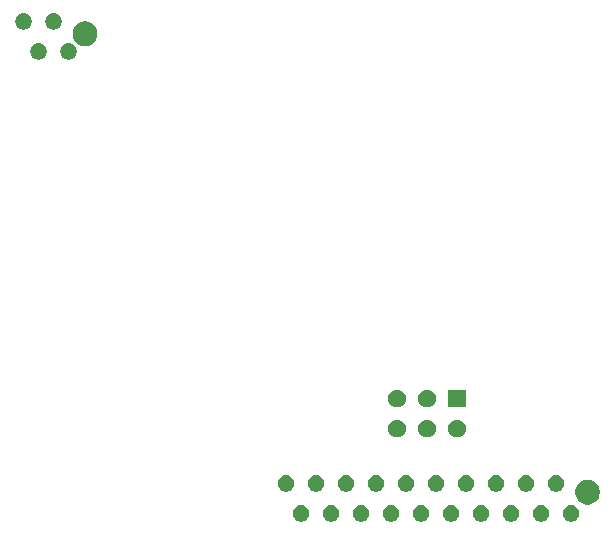
<source format=gbs>
G04 #@! TF.GenerationSoftware,KiCad,Pcbnew,5.0.2-bee76a0~70~ubuntu18.04.1*
G04 #@! TF.CreationDate,2019-04-11T22:59:15-04:00*
G04 #@! TF.ProjectId,throttle,7468726f-7474-46c6-952e-6b696361645f,rev?*
G04 #@! TF.SameCoordinates,Original*
G04 #@! TF.FileFunction,Soldermask,Bot*
G04 #@! TF.FilePolarity,Negative*
%FSLAX46Y46*%
G04 Gerber Fmt 4.6, Leading zero omitted, Abs format (unit mm)*
G04 Created by KiCad (PCBNEW 5.0.2-bee76a0~70~ubuntu18.04.1) date Thu 11 Apr 2019 10:59:15 PM EDT*
%MOMM*%
%LPD*%
G01*
G04 APERTURE LIST*
%ADD10C,0.100000*%
G04 APERTURE END LIST*
D10*
G36*
X93803472Y-80224938D02*
X93931049Y-80277782D01*
X94045865Y-80354500D01*
X94143500Y-80452135D01*
X94220218Y-80566951D01*
X94273062Y-80694528D01*
X94300000Y-80829956D01*
X94300000Y-80968044D01*
X94273062Y-81103472D01*
X94220218Y-81231049D01*
X94143500Y-81345865D01*
X94045865Y-81443500D01*
X93931049Y-81520218D01*
X93803472Y-81573062D01*
X93668044Y-81600000D01*
X93529956Y-81600000D01*
X93394528Y-81573062D01*
X93266951Y-81520218D01*
X93152135Y-81443500D01*
X93054500Y-81345865D01*
X92977782Y-81231049D01*
X92924938Y-81103472D01*
X92898000Y-80968044D01*
X92898000Y-80829956D01*
X92924938Y-80694528D01*
X92977782Y-80566951D01*
X93054500Y-80452135D01*
X93152135Y-80354500D01*
X93266951Y-80277782D01*
X93394528Y-80224938D01*
X93529956Y-80198000D01*
X93668044Y-80198000D01*
X93803472Y-80224938D01*
X93803472Y-80224938D01*
G37*
G36*
X98883472Y-80224938D02*
X99011049Y-80277782D01*
X99125865Y-80354500D01*
X99223500Y-80452135D01*
X99300218Y-80566951D01*
X99353062Y-80694528D01*
X99380000Y-80829956D01*
X99380000Y-80968044D01*
X99353062Y-81103472D01*
X99300218Y-81231049D01*
X99223500Y-81345865D01*
X99125865Y-81443500D01*
X99011049Y-81520218D01*
X98883472Y-81573062D01*
X98748044Y-81600000D01*
X98609956Y-81600000D01*
X98474528Y-81573062D01*
X98346951Y-81520218D01*
X98232135Y-81443500D01*
X98134500Y-81345865D01*
X98057782Y-81231049D01*
X98004938Y-81103472D01*
X97978000Y-80968044D01*
X97978000Y-80829956D01*
X98004938Y-80694528D01*
X98057782Y-80566951D01*
X98134500Y-80452135D01*
X98232135Y-80354500D01*
X98346951Y-80277782D01*
X98474528Y-80224938D01*
X98609956Y-80198000D01*
X98748044Y-80198000D01*
X98883472Y-80224938D01*
X98883472Y-80224938D01*
G37*
G36*
X91263472Y-80224938D02*
X91391049Y-80277782D01*
X91505865Y-80354500D01*
X91603500Y-80452135D01*
X91680218Y-80566951D01*
X91733062Y-80694528D01*
X91760000Y-80829956D01*
X91760000Y-80968044D01*
X91733062Y-81103472D01*
X91680218Y-81231049D01*
X91603500Y-81345865D01*
X91505865Y-81443500D01*
X91391049Y-81520218D01*
X91263472Y-81573062D01*
X91128044Y-81600000D01*
X90989956Y-81600000D01*
X90854528Y-81573062D01*
X90726951Y-81520218D01*
X90612135Y-81443500D01*
X90514500Y-81345865D01*
X90437782Y-81231049D01*
X90384938Y-81103472D01*
X90358000Y-80968044D01*
X90358000Y-80829956D01*
X90384938Y-80694528D01*
X90437782Y-80566951D01*
X90514500Y-80452135D01*
X90612135Y-80354500D01*
X90726951Y-80277782D01*
X90854528Y-80224938D01*
X90989956Y-80198000D01*
X91128044Y-80198000D01*
X91263472Y-80224938D01*
X91263472Y-80224938D01*
G37*
G36*
X88723472Y-80224938D02*
X88851049Y-80277782D01*
X88965865Y-80354500D01*
X89063500Y-80452135D01*
X89140218Y-80566951D01*
X89193062Y-80694528D01*
X89220000Y-80829956D01*
X89220000Y-80968044D01*
X89193062Y-81103472D01*
X89140218Y-81231049D01*
X89063500Y-81345865D01*
X88965865Y-81443500D01*
X88851049Y-81520218D01*
X88723472Y-81573062D01*
X88588044Y-81600000D01*
X88449956Y-81600000D01*
X88314528Y-81573062D01*
X88186951Y-81520218D01*
X88072135Y-81443500D01*
X87974500Y-81345865D01*
X87897782Y-81231049D01*
X87844938Y-81103472D01*
X87818000Y-80968044D01*
X87818000Y-80829956D01*
X87844938Y-80694528D01*
X87897782Y-80566951D01*
X87974500Y-80452135D01*
X88072135Y-80354500D01*
X88186951Y-80277782D01*
X88314528Y-80224938D01*
X88449956Y-80198000D01*
X88588044Y-80198000D01*
X88723472Y-80224938D01*
X88723472Y-80224938D01*
G37*
G36*
X86183472Y-80224938D02*
X86311049Y-80277782D01*
X86425865Y-80354500D01*
X86523500Y-80452135D01*
X86600218Y-80566951D01*
X86653062Y-80694528D01*
X86680000Y-80829956D01*
X86680000Y-80968044D01*
X86653062Y-81103472D01*
X86600218Y-81231049D01*
X86523500Y-81345865D01*
X86425865Y-81443500D01*
X86311049Y-81520218D01*
X86183472Y-81573062D01*
X86048044Y-81600000D01*
X85909956Y-81600000D01*
X85774528Y-81573062D01*
X85646951Y-81520218D01*
X85532135Y-81443500D01*
X85434500Y-81345865D01*
X85357782Y-81231049D01*
X85304938Y-81103472D01*
X85278000Y-80968044D01*
X85278000Y-80829956D01*
X85304938Y-80694528D01*
X85357782Y-80566951D01*
X85434500Y-80452135D01*
X85532135Y-80354500D01*
X85646951Y-80277782D01*
X85774528Y-80224938D01*
X85909956Y-80198000D01*
X86048044Y-80198000D01*
X86183472Y-80224938D01*
X86183472Y-80224938D01*
G37*
G36*
X83643472Y-80224938D02*
X83771049Y-80277782D01*
X83885865Y-80354500D01*
X83983500Y-80452135D01*
X84060218Y-80566951D01*
X84113062Y-80694528D01*
X84140000Y-80829956D01*
X84140000Y-80968044D01*
X84113062Y-81103472D01*
X84060218Y-81231049D01*
X83983500Y-81345865D01*
X83885865Y-81443500D01*
X83771049Y-81520218D01*
X83643472Y-81573062D01*
X83508044Y-81600000D01*
X83369956Y-81600000D01*
X83234528Y-81573062D01*
X83106951Y-81520218D01*
X82992135Y-81443500D01*
X82894500Y-81345865D01*
X82817782Y-81231049D01*
X82764938Y-81103472D01*
X82738000Y-80968044D01*
X82738000Y-80829956D01*
X82764938Y-80694528D01*
X82817782Y-80566951D01*
X82894500Y-80452135D01*
X82992135Y-80354500D01*
X83106951Y-80277782D01*
X83234528Y-80224938D01*
X83369956Y-80198000D01*
X83508044Y-80198000D01*
X83643472Y-80224938D01*
X83643472Y-80224938D01*
G37*
G36*
X81103472Y-80224938D02*
X81231049Y-80277782D01*
X81345865Y-80354500D01*
X81443500Y-80452135D01*
X81520218Y-80566951D01*
X81573062Y-80694528D01*
X81600000Y-80829956D01*
X81600000Y-80968044D01*
X81573062Y-81103472D01*
X81520218Y-81231049D01*
X81443500Y-81345865D01*
X81345865Y-81443500D01*
X81231049Y-81520218D01*
X81103472Y-81573062D01*
X80968044Y-81600000D01*
X80829956Y-81600000D01*
X80694528Y-81573062D01*
X80566951Y-81520218D01*
X80452135Y-81443500D01*
X80354500Y-81345865D01*
X80277782Y-81231049D01*
X80224938Y-81103472D01*
X80198000Y-80968044D01*
X80198000Y-80829956D01*
X80224938Y-80694528D01*
X80277782Y-80566951D01*
X80354500Y-80452135D01*
X80452135Y-80354500D01*
X80566951Y-80277782D01*
X80694528Y-80224938D01*
X80829956Y-80198000D01*
X80968044Y-80198000D01*
X81103472Y-80224938D01*
X81103472Y-80224938D01*
G37*
G36*
X78563472Y-80224938D02*
X78691049Y-80277782D01*
X78805865Y-80354500D01*
X78903500Y-80452135D01*
X78980218Y-80566951D01*
X79033062Y-80694528D01*
X79060000Y-80829956D01*
X79060000Y-80968044D01*
X79033062Y-81103472D01*
X78980218Y-81231049D01*
X78903500Y-81345865D01*
X78805865Y-81443500D01*
X78691049Y-81520218D01*
X78563472Y-81573062D01*
X78428044Y-81600000D01*
X78289956Y-81600000D01*
X78154528Y-81573062D01*
X78026951Y-81520218D01*
X77912135Y-81443500D01*
X77814500Y-81345865D01*
X77737782Y-81231049D01*
X77684938Y-81103472D01*
X77658000Y-80968044D01*
X77658000Y-80829956D01*
X77684938Y-80694528D01*
X77737782Y-80566951D01*
X77814500Y-80452135D01*
X77912135Y-80354500D01*
X78026951Y-80277782D01*
X78154528Y-80224938D01*
X78289956Y-80198000D01*
X78428044Y-80198000D01*
X78563472Y-80224938D01*
X78563472Y-80224938D01*
G37*
G36*
X76023472Y-80224938D02*
X76151049Y-80277782D01*
X76265865Y-80354500D01*
X76363500Y-80452135D01*
X76440218Y-80566951D01*
X76493062Y-80694528D01*
X76520000Y-80829956D01*
X76520000Y-80968044D01*
X76493062Y-81103472D01*
X76440218Y-81231049D01*
X76363500Y-81345865D01*
X76265865Y-81443500D01*
X76151049Y-81520218D01*
X76023472Y-81573062D01*
X75888044Y-81600000D01*
X75749956Y-81600000D01*
X75614528Y-81573062D01*
X75486951Y-81520218D01*
X75372135Y-81443500D01*
X75274500Y-81345865D01*
X75197782Y-81231049D01*
X75144938Y-81103472D01*
X75118000Y-80968044D01*
X75118000Y-80829956D01*
X75144938Y-80694528D01*
X75197782Y-80566951D01*
X75274500Y-80452135D01*
X75372135Y-80354500D01*
X75486951Y-80277782D01*
X75614528Y-80224938D01*
X75749956Y-80198000D01*
X75888044Y-80198000D01*
X76023472Y-80224938D01*
X76023472Y-80224938D01*
G37*
G36*
X96343472Y-80224938D02*
X96471049Y-80277782D01*
X96585865Y-80354500D01*
X96683500Y-80452135D01*
X96760218Y-80566951D01*
X96813062Y-80694528D01*
X96840000Y-80829956D01*
X96840000Y-80968044D01*
X96813062Y-81103472D01*
X96760218Y-81231049D01*
X96683500Y-81345865D01*
X96585865Y-81443500D01*
X96471049Y-81520218D01*
X96343472Y-81573062D01*
X96208044Y-81600000D01*
X96069956Y-81600000D01*
X95934528Y-81573062D01*
X95806951Y-81520218D01*
X95692135Y-81443500D01*
X95594500Y-81345865D01*
X95517782Y-81231049D01*
X95464938Y-81103472D01*
X95438000Y-80968044D01*
X95438000Y-80829956D01*
X95464938Y-80694528D01*
X95517782Y-80566951D01*
X95594500Y-80452135D01*
X95692135Y-80354500D01*
X95806951Y-80277782D01*
X95934528Y-80224938D01*
X96069956Y-80198000D01*
X96208044Y-80198000D01*
X96343472Y-80224938D01*
X96343472Y-80224938D01*
G37*
G36*
X100385565Y-78088389D02*
X100576834Y-78167615D01*
X100748976Y-78282637D01*
X100895363Y-78429024D01*
X101010385Y-78601166D01*
X101089611Y-78792435D01*
X101130000Y-78995484D01*
X101130000Y-79202516D01*
X101089611Y-79405565D01*
X101010385Y-79596834D01*
X100895363Y-79768976D01*
X100748976Y-79915363D01*
X100576834Y-80030385D01*
X100385565Y-80109611D01*
X100182516Y-80150000D01*
X99975484Y-80150000D01*
X99772435Y-80109611D01*
X99581166Y-80030385D01*
X99409024Y-79915363D01*
X99262637Y-79768976D01*
X99147615Y-79596834D01*
X99068389Y-79405565D01*
X99028000Y-79202516D01*
X99028000Y-78995484D01*
X99068389Y-78792435D01*
X99147615Y-78601166D01*
X99262637Y-78429024D01*
X99409024Y-78282637D01*
X99581166Y-78167615D01*
X99772435Y-78088389D01*
X99975484Y-78048000D01*
X100182516Y-78048000D01*
X100385565Y-78088389D01*
X100385565Y-78088389D01*
G37*
G36*
X84913472Y-77684938D02*
X85041049Y-77737782D01*
X85155865Y-77814500D01*
X85253500Y-77912135D01*
X85330218Y-78026951D01*
X85383062Y-78154528D01*
X85410000Y-78289956D01*
X85410000Y-78428044D01*
X85383062Y-78563472D01*
X85330218Y-78691049D01*
X85253500Y-78805865D01*
X85155865Y-78903500D01*
X85041049Y-78980218D01*
X84913472Y-79033062D01*
X84778044Y-79060000D01*
X84639956Y-79060000D01*
X84504528Y-79033062D01*
X84376951Y-78980218D01*
X84262135Y-78903500D01*
X84164500Y-78805865D01*
X84087782Y-78691049D01*
X84034938Y-78563472D01*
X84008000Y-78428044D01*
X84008000Y-78289956D01*
X84034938Y-78154528D01*
X84087782Y-78026951D01*
X84164500Y-77912135D01*
X84262135Y-77814500D01*
X84376951Y-77737782D01*
X84504528Y-77684938D01*
X84639956Y-77658000D01*
X84778044Y-77658000D01*
X84913472Y-77684938D01*
X84913472Y-77684938D01*
G37*
G36*
X74753472Y-77684938D02*
X74881049Y-77737782D01*
X74995865Y-77814500D01*
X75093500Y-77912135D01*
X75170218Y-78026951D01*
X75223062Y-78154528D01*
X75250000Y-78289956D01*
X75250000Y-78428044D01*
X75223062Y-78563472D01*
X75170218Y-78691049D01*
X75093500Y-78805865D01*
X74995865Y-78903500D01*
X74881049Y-78980218D01*
X74753472Y-79033062D01*
X74618044Y-79060000D01*
X74479956Y-79060000D01*
X74344528Y-79033062D01*
X74216951Y-78980218D01*
X74102135Y-78903500D01*
X74004500Y-78805865D01*
X73927782Y-78691049D01*
X73874938Y-78563472D01*
X73848000Y-78428044D01*
X73848000Y-78289956D01*
X73874938Y-78154528D01*
X73927782Y-78026951D01*
X74004500Y-77912135D01*
X74102135Y-77814500D01*
X74216951Y-77737782D01*
X74344528Y-77684938D01*
X74479956Y-77658000D01*
X74618044Y-77658000D01*
X74753472Y-77684938D01*
X74753472Y-77684938D01*
G37*
G36*
X77293472Y-77684938D02*
X77421049Y-77737782D01*
X77535865Y-77814500D01*
X77633500Y-77912135D01*
X77710218Y-78026951D01*
X77763062Y-78154528D01*
X77790000Y-78289956D01*
X77790000Y-78428044D01*
X77763062Y-78563472D01*
X77710218Y-78691049D01*
X77633500Y-78805865D01*
X77535865Y-78903500D01*
X77421049Y-78980218D01*
X77293472Y-79033062D01*
X77158044Y-79060000D01*
X77019956Y-79060000D01*
X76884528Y-79033062D01*
X76756951Y-78980218D01*
X76642135Y-78903500D01*
X76544500Y-78805865D01*
X76467782Y-78691049D01*
X76414938Y-78563472D01*
X76388000Y-78428044D01*
X76388000Y-78289956D01*
X76414938Y-78154528D01*
X76467782Y-78026951D01*
X76544500Y-77912135D01*
X76642135Y-77814500D01*
X76756951Y-77737782D01*
X76884528Y-77684938D01*
X77019956Y-77658000D01*
X77158044Y-77658000D01*
X77293472Y-77684938D01*
X77293472Y-77684938D01*
G37*
G36*
X79833472Y-77684938D02*
X79961049Y-77737782D01*
X80075865Y-77814500D01*
X80173500Y-77912135D01*
X80250218Y-78026951D01*
X80303062Y-78154528D01*
X80330000Y-78289956D01*
X80330000Y-78428044D01*
X80303062Y-78563472D01*
X80250218Y-78691049D01*
X80173500Y-78805865D01*
X80075865Y-78903500D01*
X79961049Y-78980218D01*
X79833472Y-79033062D01*
X79698044Y-79060000D01*
X79559956Y-79060000D01*
X79424528Y-79033062D01*
X79296951Y-78980218D01*
X79182135Y-78903500D01*
X79084500Y-78805865D01*
X79007782Y-78691049D01*
X78954938Y-78563472D01*
X78928000Y-78428044D01*
X78928000Y-78289956D01*
X78954938Y-78154528D01*
X79007782Y-78026951D01*
X79084500Y-77912135D01*
X79182135Y-77814500D01*
X79296951Y-77737782D01*
X79424528Y-77684938D01*
X79559956Y-77658000D01*
X79698044Y-77658000D01*
X79833472Y-77684938D01*
X79833472Y-77684938D01*
G37*
G36*
X82373472Y-77684938D02*
X82501049Y-77737782D01*
X82615865Y-77814500D01*
X82713500Y-77912135D01*
X82790218Y-78026951D01*
X82843062Y-78154528D01*
X82870000Y-78289956D01*
X82870000Y-78428044D01*
X82843062Y-78563472D01*
X82790218Y-78691049D01*
X82713500Y-78805865D01*
X82615865Y-78903500D01*
X82501049Y-78980218D01*
X82373472Y-79033062D01*
X82238044Y-79060000D01*
X82099956Y-79060000D01*
X81964528Y-79033062D01*
X81836951Y-78980218D01*
X81722135Y-78903500D01*
X81624500Y-78805865D01*
X81547782Y-78691049D01*
X81494938Y-78563472D01*
X81468000Y-78428044D01*
X81468000Y-78289956D01*
X81494938Y-78154528D01*
X81547782Y-78026951D01*
X81624500Y-77912135D01*
X81722135Y-77814500D01*
X81836951Y-77737782D01*
X81964528Y-77684938D01*
X82099956Y-77658000D01*
X82238044Y-77658000D01*
X82373472Y-77684938D01*
X82373472Y-77684938D01*
G37*
G36*
X87453472Y-77684938D02*
X87581049Y-77737782D01*
X87695865Y-77814500D01*
X87793500Y-77912135D01*
X87870218Y-78026951D01*
X87923062Y-78154528D01*
X87950000Y-78289956D01*
X87950000Y-78428044D01*
X87923062Y-78563472D01*
X87870218Y-78691049D01*
X87793500Y-78805865D01*
X87695865Y-78903500D01*
X87581049Y-78980218D01*
X87453472Y-79033062D01*
X87318044Y-79060000D01*
X87179956Y-79060000D01*
X87044528Y-79033062D01*
X86916951Y-78980218D01*
X86802135Y-78903500D01*
X86704500Y-78805865D01*
X86627782Y-78691049D01*
X86574938Y-78563472D01*
X86548000Y-78428044D01*
X86548000Y-78289956D01*
X86574938Y-78154528D01*
X86627782Y-78026951D01*
X86704500Y-77912135D01*
X86802135Y-77814500D01*
X86916951Y-77737782D01*
X87044528Y-77684938D01*
X87179956Y-77658000D01*
X87318044Y-77658000D01*
X87453472Y-77684938D01*
X87453472Y-77684938D01*
G37*
G36*
X97613472Y-77684938D02*
X97741049Y-77737782D01*
X97855865Y-77814500D01*
X97953500Y-77912135D01*
X98030218Y-78026951D01*
X98083062Y-78154528D01*
X98110000Y-78289956D01*
X98110000Y-78428044D01*
X98083062Y-78563472D01*
X98030218Y-78691049D01*
X97953500Y-78805865D01*
X97855865Y-78903500D01*
X97741049Y-78980218D01*
X97613472Y-79033062D01*
X97478044Y-79060000D01*
X97339956Y-79060000D01*
X97204528Y-79033062D01*
X97076951Y-78980218D01*
X96962135Y-78903500D01*
X96864500Y-78805865D01*
X96787782Y-78691049D01*
X96734938Y-78563472D01*
X96708000Y-78428044D01*
X96708000Y-78289956D01*
X96734938Y-78154528D01*
X96787782Y-78026951D01*
X96864500Y-77912135D01*
X96962135Y-77814500D01*
X97076951Y-77737782D01*
X97204528Y-77684938D01*
X97339956Y-77658000D01*
X97478044Y-77658000D01*
X97613472Y-77684938D01*
X97613472Y-77684938D01*
G37*
G36*
X89993472Y-77684938D02*
X90121049Y-77737782D01*
X90235865Y-77814500D01*
X90333500Y-77912135D01*
X90410218Y-78026951D01*
X90463062Y-78154528D01*
X90490000Y-78289956D01*
X90490000Y-78428044D01*
X90463062Y-78563472D01*
X90410218Y-78691049D01*
X90333500Y-78805865D01*
X90235865Y-78903500D01*
X90121049Y-78980218D01*
X89993472Y-79033062D01*
X89858044Y-79060000D01*
X89719956Y-79060000D01*
X89584528Y-79033062D01*
X89456951Y-78980218D01*
X89342135Y-78903500D01*
X89244500Y-78805865D01*
X89167782Y-78691049D01*
X89114938Y-78563472D01*
X89088000Y-78428044D01*
X89088000Y-78289956D01*
X89114938Y-78154528D01*
X89167782Y-78026951D01*
X89244500Y-77912135D01*
X89342135Y-77814500D01*
X89456951Y-77737782D01*
X89584528Y-77684938D01*
X89719956Y-77658000D01*
X89858044Y-77658000D01*
X89993472Y-77684938D01*
X89993472Y-77684938D01*
G37*
G36*
X92533472Y-77684938D02*
X92661049Y-77737782D01*
X92775865Y-77814500D01*
X92873500Y-77912135D01*
X92950218Y-78026951D01*
X93003062Y-78154528D01*
X93030000Y-78289956D01*
X93030000Y-78428044D01*
X93003062Y-78563472D01*
X92950218Y-78691049D01*
X92873500Y-78805865D01*
X92775865Y-78903500D01*
X92661049Y-78980218D01*
X92533472Y-79033062D01*
X92398044Y-79060000D01*
X92259956Y-79060000D01*
X92124528Y-79033062D01*
X91996951Y-78980218D01*
X91882135Y-78903500D01*
X91784500Y-78805865D01*
X91707782Y-78691049D01*
X91654938Y-78563472D01*
X91628000Y-78428044D01*
X91628000Y-78289956D01*
X91654938Y-78154528D01*
X91707782Y-78026951D01*
X91784500Y-77912135D01*
X91882135Y-77814500D01*
X91996951Y-77737782D01*
X92124528Y-77684938D01*
X92259956Y-77658000D01*
X92398044Y-77658000D01*
X92533472Y-77684938D01*
X92533472Y-77684938D01*
G37*
G36*
X95073472Y-77684938D02*
X95201049Y-77737782D01*
X95315865Y-77814500D01*
X95413500Y-77912135D01*
X95490218Y-78026951D01*
X95543062Y-78154528D01*
X95570000Y-78289956D01*
X95570000Y-78428044D01*
X95543062Y-78563472D01*
X95490218Y-78691049D01*
X95413500Y-78805865D01*
X95315865Y-78903500D01*
X95201049Y-78980218D01*
X95073472Y-79033062D01*
X94938044Y-79060000D01*
X94799956Y-79060000D01*
X94664528Y-79033062D01*
X94536951Y-78980218D01*
X94422135Y-78903500D01*
X94324500Y-78805865D01*
X94247782Y-78691049D01*
X94194938Y-78563472D01*
X94168000Y-78428044D01*
X94168000Y-78289956D01*
X94194938Y-78154528D01*
X94247782Y-78026951D01*
X94324500Y-77912135D01*
X94422135Y-77814500D01*
X94536951Y-77737782D01*
X94664528Y-77684938D01*
X94799956Y-77658000D01*
X94938044Y-77658000D01*
X95073472Y-77684938D01*
X95073472Y-77684938D01*
G37*
G36*
X86619004Y-72984044D02*
X86706059Y-73001360D01*
X86842732Y-73057972D01*
X86842733Y-73057973D01*
X86965738Y-73140162D01*
X87070338Y-73244762D01*
X87070340Y-73244765D01*
X87152528Y-73367768D01*
X87209140Y-73504441D01*
X87238000Y-73649533D01*
X87238000Y-73797467D01*
X87209140Y-73942559D01*
X87152528Y-74079232D01*
X87152527Y-74079233D01*
X87070338Y-74202238D01*
X86965738Y-74306838D01*
X86965735Y-74306840D01*
X86842732Y-74389028D01*
X86706059Y-74445640D01*
X86619004Y-74462956D01*
X86560969Y-74474500D01*
X86413031Y-74474500D01*
X86354996Y-74462956D01*
X86267941Y-74445640D01*
X86131268Y-74389028D01*
X86008265Y-74306840D01*
X86008262Y-74306838D01*
X85903662Y-74202238D01*
X85821473Y-74079233D01*
X85821472Y-74079232D01*
X85764860Y-73942559D01*
X85736000Y-73797467D01*
X85736000Y-73649533D01*
X85764860Y-73504441D01*
X85821472Y-73367768D01*
X85903660Y-73244765D01*
X85903662Y-73244762D01*
X86008262Y-73140162D01*
X86131267Y-73057973D01*
X86131268Y-73057972D01*
X86267941Y-73001360D01*
X86354996Y-72984044D01*
X86413031Y-72972500D01*
X86560969Y-72972500D01*
X86619004Y-72984044D01*
X86619004Y-72984044D01*
G37*
G36*
X89159004Y-72984044D02*
X89246059Y-73001360D01*
X89382732Y-73057972D01*
X89382733Y-73057973D01*
X89505738Y-73140162D01*
X89610338Y-73244762D01*
X89610340Y-73244765D01*
X89692528Y-73367768D01*
X89749140Y-73504441D01*
X89778000Y-73649533D01*
X89778000Y-73797467D01*
X89749140Y-73942559D01*
X89692528Y-74079232D01*
X89692527Y-74079233D01*
X89610338Y-74202238D01*
X89505738Y-74306838D01*
X89505735Y-74306840D01*
X89382732Y-74389028D01*
X89246059Y-74445640D01*
X89159004Y-74462956D01*
X89100969Y-74474500D01*
X88953031Y-74474500D01*
X88894996Y-74462956D01*
X88807941Y-74445640D01*
X88671268Y-74389028D01*
X88548265Y-74306840D01*
X88548262Y-74306838D01*
X88443662Y-74202238D01*
X88361473Y-74079233D01*
X88361472Y-74079232D01*
X88304860Y-73942559D01*
X88276000Y-73797467D01*
X88276000Y-73649533D01*
X88304860Y-73504441D01*
X88361472Y-73367768D01*
X88443660Y-73244765D01*
X88443662Y-73244762D01*
X88548262Y-73140162D01*
X88671267Y-73057973D01*
X88671268Y-73057972D01*
X88807941Y-73001360D01*
X88894996Y-72984044D01*
X88953031Y-72972500D01*
X89100969Y-72972500D01*
X89159004Y-72984044D01*
X89159004Y-72984044D01*
G37*
G36*
X84079004Y-72984044D02*
X84166059Y-73001360D01*
X84302732Y-73057972D01*
X84302733Y-73057973D01*
X84425738Y-73140162D01*
X84530338Y-73244762D01*
X84530340Y-73244765D01*
X84612528Y-73367768D01*
X84669140Y-73504441D01*
X84698000Y-73649533D01*
X84698000Y-73797467D01*
X84669140Y-73942559D01*
X84612528Y-74079232D01*
X84612527Y-74079233D01*
X84530338Y-74202238D01*
X84425738Y-74306838D01*
X84425735Y-74306840D01*
X84302732Y-74389028D01*
X84166059Y-74445640D01*
X84079004Y-74462956D01*
X84020969Y-74474500D01*
X83873031Y-74474500D01*
X83814996Y-74462956D01*
X83727941Y-74445640D01*
X83591268Y-74389028D01*
X83468265Y-74306840D01*
X83468262Y-74306838D01*
X83363662Y-74202238D01*
X83281473Y-74079233D01*
X83281472Y-74079232D01*
X83224860Y-73942559D01*
X83196000Y-73797467D01*
X83196000Y-73649533D01*
X83224860Y-73504441D01*
X83281472Y-73367768D01*
X83363660Y-73244765D01*
X83363662Y-73244762D01*
X83468262Y-73140162D01*
X83591267Y-73057973D01*
X83591268Y-73057972D01*
X83727941Y-73001360D01*
X83814996Y-72984044D01*
X83873031Y-72972500D01*
X84020969Y-72972500D01*
X84079004Y-72984044D01*
X84079004Y-72984044D01*
G37*
G36*
X84079004Y-70444044D02*
X84166059Y-70461360D01*
X84302732Y-70517972D01*
X84302733Y-70517973D01*
X84425738Y-70600162D01*
X84530338Y-70704762D01*
X84530340Y-70704765D01*
X84612528Y-70827768D01*
X84669140Y-70964441D01*
X84698000Y-71109533D01*
X84698000Y-71257467D01*
X84669140Y-71402559D01*
X84612528Y-71539232D01*
X84612527Y-71539233D01*
X84530338Y-71662238D01*
X84425738Y-71766838D01*
X84425735Y-71766840D01*
X84302732Y-71849028D01*
X84166059Y-71905640D01*
X84079004Y-71922956D01*
X84020969Y-71934500D01*
X83873031Y-71934500D01*
X83814996Y-71922956D01*
X83727941Y-71905640D01*
X83591268Y-71849028D01*
X83468265Y-71766840D01*
X83468262Y-71766838D01*
X83363662Y-71662238D01*
X83281473Y-71539233D01*
X83281472Y-71539232D01*
X83224860Y-71402559D01*
X83196000Y-71257467D01*
X83196000Y-71109533D01*
X83224860Y-70964441D01*
X83281472Y-70827768D01*
X83363660Y-70704765D01*
X83363662Y-70704762D01*
X83468262Y-70600162D01*
X83591267Y-70517973D01*
X83591268Y-70517972D01*
X83727941Y-70461360D01*
X83814996Y-70444044D01*
X83873031Y-70432500D01*
X84020969Y-70432500D01*
X84079004Y-70444044D01*
X84079004Y-70444044D01*
G37*
G36*
X86619004Y-70444044D02*
X86706059Y-70461360D01*
X86842732Y-70517972D01*
X86842733Y-70517973D01*
X86965738Y-70600162D01*
X87070338Y-70704762D01*
X87070340Y-70704765D01*
X87152528Y-70827768D01*
X87209140Y-70964441D01*
X87238000Y-71109533D01*
X87238000Y-71257467D01*
X87209140Y-71402559D01*
X87152528Y-71539232D01*
X87152527Y-71539233D01*
X87070338Y-71662238D01*
X86965738Y-71766838D01*
X86965735Y-71766840D01*
X86842732Y-71849028D01*
X86706059Y-71905640D01*
X86619004Y-71922956D01*
X86560969Y-71934500D01*
X86413031Y-71934500D01*
X86354996Y-71922956D01*
X86267941Y-71905640D01*
X86131268Y-71849028D01*
X86008265Y-71766840D01*
X86008262Y-71766838D01*
X85903662Y-71662238D01*
X85821473Y-71539233D01*
X85821472Y-71539232D01*
X85764860Y-71402559D01*
X85736000Y-71257467D01*
X85736000Y-71109533D01*
X85764860Y-70964441D01*
X85821472Y-70827768D01*
X85903660Y-70704765D01*
X85903662Y-70704762D01*
X86008262Y-70600162D01*
X86131267Y-70517973D01*
X86131268Y-70517972D01*
X86267941Y-70461360D01*
X86354996Y-70444044D01*
X86413031Y-70432500D01*
X86560969Y-70432500D01*
X86619004Y-70444044D01*
X86619004Y-70444044D01*
G37*
G36*
X89778000Y-71934500D02*
X88276000Y-71934500D01*
X88276000Y-70432500D01*
X89778000Y-70432500D01*
X89778000Y-71934500D01*
X89778000Y-71934500D01*
G37*
G36*
X53798472Y-41108938D02*
X53926049Y-41161782D01*
X54040865Y-41238500D01*
X54138500Y-41336135D01*
X54215218Y-41450951D01*
X54268062Y-41578528D01*
X54295000Y-41713956D01*
X54295000Y-41852044D01*
X54268062Y-41987472D01*
X54215218Y-42115049D01*
X54138500Y-42229865D01*
X54040865Y-42327500D01*
X53926049Y-42404218D01*
X53798472Y-42457062D01*
X53663044Y-42484000D01*
X53524956Y-42484000D01*
X53389528Y-42457062D01*
X53261951Y-42404218D01*
X53147135Y-42327500D01*
X53049500Y-42229865D01*
X52972782Y-42115049D01*
X52919938Y-41987472D01*
X52893000Y-41852044D01*
X52893000Y-41713956D01*
X52919938Y-41578528D01*
X52972782Y-41450951D01*
X53049500Y-41336135D01*
X53147135Y-41238500D01*
X53261951Y-41161782D01*
X53389528Y-41108938D01*
X53524956Y-41082000D01*
X53663044Y-41082000D01*
X53798472Y-41108938D01*
X53798472Y-41108938D01*
G37*
G36*
X56338472Y-41108938D02*
X56466049Y-41161782D01*
X56580865Y-41238500D01*
X56678500Y-41336135D01*
X56755218Y-41450951D01*
X56808062Y-41578528D01*
X56835000Y-41713956D01*
X56835000Y-41852044D01*
X56808062Y-41987472D01*
X56755218Y-42115049D01*
X56678500Y-42229865D01*
X56580865Y-42327500D01*
X56466049Y-42404218D01*
X56338472Y-42457062D01*
X56203044Y-42484000D01*
X56064956Y-42484000D01*
X55929528Y-42457062D01*
X55801951Y-42404218D01*
X55687135Y-42327500D01*
X55589500Y-42229865D01*
X55512782Y-42115049D01*
X55459938Y-41987472D01*
X55433000Y-41852044D01*
X55433000Y-41713956D01*
X55459938Y-41578528D01*
X55512782Y-41450951D01*
X55589500Y-41336135D01*
X55687135Y-41238500D01*
X55801951Y-41161782D01*
X55929528Y-41108938D01*
X56064956Y-41082000D01*
X56203044Y-41082000D01*
X56338472Y-41108938D01*
X56338472Y-41108938D01*
G37*
G36*
X57840565Y-39272389D02*
X58031834Y-39351615D01*
X58203976Y-39466637D01*
X58350363Y-39613024D01*
X58465385Y-39785166D01*
X58544611Y-39976435D01*
X58585000Y-40179484D01*
X58585000Y-40386516D01*
X58544611Y-40589565D01*
X58465385Y-40780834D01*
X58350363Y-40952976D01*
X58203976Y-41099363D01*
X58031834Y-41214385D01*
X57840565Y-41293611D01*
X57637516Y-41334000D01*
X57430484Y-41334000D01*
X57227435Y-41293611D01*
X57036166Y-41214385D01*
X56864024Y-41099363D01*
X56717637Y-40952976D01*
X56602615Y-40780834D01*
X56523389Y-40589565D01*
X56483000Y-40386516D01*
X56483000Y-40179484D01*
X56523389Y-39976435D01*
X56602615Y-39785166D01*
X56717637Y-39613024D01*
X56864024Y-39466637D01*
X57036166Y-39351615D01*
X57227435Y-39272389D01*
X57430484Y-39232000D01*
X57637516Y-39232000D01*
X57840565Y-39272389D01*
X57840565Y-39272389D01*
G37*
G36*
X55068472Y-38568938D02*
X55196049Y-38621782D01*
X55310865Y-38698500D01*
X55408500Y-38796135D01*
X55485218Y-38910951D01*
X55538062Y-39038528D01*
X55565000Y-39173956D01*
X55565000Y-39312044D01*
X55538062Y-39447472D01*
X55485218Y-39575049D01*
X55408500Y-39689865D01*
X55310865Y-39787500D01*
X55196049Y-39864218D01*
X55068472Y-39917062D01*
X54933044Y-39944000D01*
X54794956Y-39944000D01*
X54659528Y-39917062D01*
X54531951Y-39864218D01*
X54417135Y-39787500D01*
X54319500Y-39689865D01*
X54242782Y-39575049D01*
X54189938Y-39447472D01*
X54163000Y-39312044D01*
X54163000Y-39173956D01*
X54189938Y-39038528D01*
X54242782Y-38910951D01*
X54319500Y-38796135D01*
X54417135Y-38698500D01*
X54531951Y-38621782D01*
X54659528Y-38568938D01*
X54794956Y-38542000D01*
X54933044Y-38542000D01*
X55068472Y-38568938D01*
X55068472Y-38568938D01*
G37*
G36*
X52528472Y-38568938D02*
X52656049Y-38621782D01*
X52770865Y-38698500D01*
X52868500Y-38796135D01*
X52945218Y-38910951D01*
X52998062Y-39038528D01*
X53025000Y-39173956D01*
X53025000Y-39312044D01*
X52998062Y-39447472D01*
X52945218Y-39575049D01*
X52868500Y-39689865D01*
X52770865Y-39787500D01*
X52656049Y-39864218D01*
X52528472Y-39917062D01*
X52393044Y-39944000D01*
X52254956Y-39944000D01*
X52119528Y-39917062D01*
X51991951Y-39864218D01*
X51877135Y-39787500D01*
X51779500Y-39689865D01*
X51702782Y-39575049D01*
X51649938Y-39447472D01*
X51623000Y-39312044D01*
X51623000Y-39173956D01*
X51649938Y-39038528D01*
X51702782Y-38910951D01*
X51779500Y-38796135D01*
X51877135Y-38698500D01*
X51991951Y-38621782D01*
X52119528Y-38568938D01*
X52254956Y-38542000D01*
X52393044Y-38542000D01*
X52528472Y-38568938D01*
X52528472Y-38568938D01*
G37*
M02*

</source>
